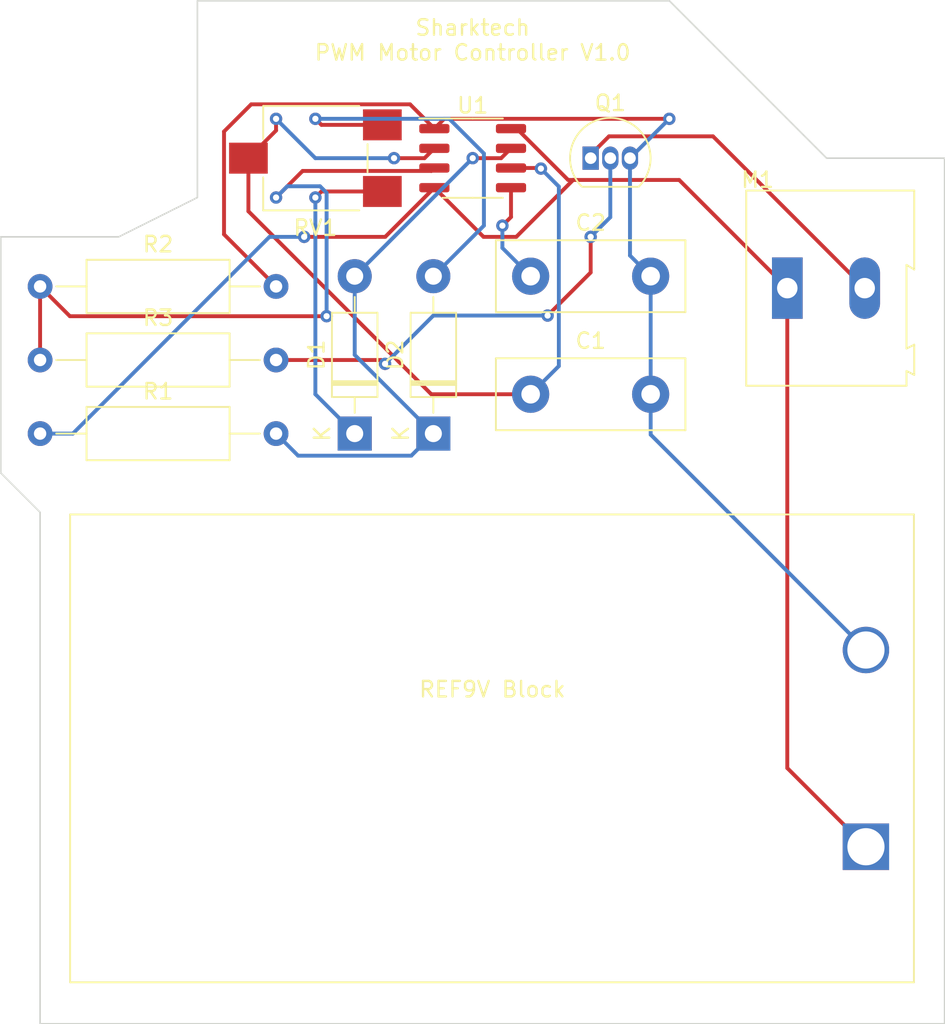
<source format=kicad_pcb>
(kicad_pcb (version 20211014) (generator pcbnew)
  (title_block (title "Sharkbyteprojects PWM Motor Controller ") (date "2022-07-26") (rev "V1") (company "Sharkbyteprojects"))
  (layers (0 "F.Cu" signal) (31 "B.Cu" signal) (34 "B.Paste" user) (35 "F.Paste" user) (36 "B.SilkS" user "B.Silkscreen") (37 "F.SilkS" user "F.Silkscreen") (38 "B.Mask" user) (39 "F.Mask" user) (44 "Edge.Cuts" user))
  (net 0 "")
  (net 1 "Net-(U1-Pad6)")
  (net 2 "GND")
  (net 3 "Net-(U1-Pad5)")
  (net 4 "Net-(D1-Pad1)")
  (net 5 "Net-(D2-Pad2)")
  (net 6 "Net-(M1-Pad1)")
  (net 7 "Net-(M1-Pad2)")
  (net 8 "Net-(Q1-Pad2)")
  (net 9 "Net-(U1-Pad3)")
  (net 10 "Net-(D1-Pad2)")
  (footprint "Battery:BatteryHolder_Eagle_12BH611-GR" (layer "F.Cu") (at 175.26 135.89)
    (fp_text reference "REF9V Block" (at -24.13 -10.16) (layer "F.SilkS"))
    (fp_text value "BatteryHolder_Eagle_12BH611-GR")
    (fp_line (start -51.4 8.75) (end -51.4 -21.45) (layer "F.SilkS") (width 0.12))
    (fp_line (start 3.1 -21.45) (end 3.1 8.75) (layer "F.SilkS") (width 0.12))
    (fp_line (start -51.4 -21.45) (end 3.1 -21.45) (layer "F.SilkS") (width 0.12))
    (fp_line (start 3.1 8.75) (end -51.4 8.75) (layer "F.SilkS") (width 0.12))
    (pad "" np_thru_hole circle (at -38.9 -17.45) (size 2.6 2.6) (drill 2.6) (layers *.Cu *.Mask))
    (pad "" np_thru_hole circle (at -24.15 4.75) (size 2.6 2.6) (drill 2.6) (layers *.Cu *.Mask))
    (pad "" np_thru_hole circle (at -10.9 -17.45) (size 2.6 2.6) (drill 2.6) (layers *.Cu *.Mask))
    (pad "1" thru_hole rect (at 0 0) (size 3 3) (drill 2.4) (layers *.Cu *.Mask) (net 6 "Net-(M1-Pad1)"))
    (pad "2" thru_hole circle (at 0 -12.7) (size 3 3) (drill 2.4) (layers *.Cu *.Mask) (net 2 "GND"))
  )
  (footprint "Package_TO_SOT_THT:TO-92_Inline" (layer "F.Cu") (at 157.48 91.44)
    (fp_text reference "Q1" (at 1.27 -3.56) (layer "F.SilkS"))
    (fp_text value "2N7000")
    (fp_line (start -0.53 1.85) (end 3.07 1.85) (layer "F.SilkS") (width 0.12))
    (fp_arc (start 1.27 -2.6) (mid 3.672087 -0.994977) (end 3.108478 1.838478) (layer "F.SilkS") (width 0.12))
    (fp_arc (start -0.568478 1.838478) (mid -1.132087 -0.994977) (end 1.27 -2.6) (layer "F.SilkS") (width 0.12))
    (pad "1" thru_hole rect (at 0 0) (size 1.05 1.5) (drill 0.75) (layers *.Cu *.Mask) (net 7 "Net-(M1-Pad2)"))
    (pad "2" thru_hole oval (at 1.27 0) (size 1.05 1.5) (drill 0.75) (layers *.Cu *.Mask) (net 8 "Net-(Q1-Pad2)"))
    (pad "3" thru_hole oval (at 2.54 0) (size 1.05 1.5) (drill 0.75) (layers *.Cu *.Mask) (net 2 "GND"))
  )
  (footprint "Resistor_THT:R_Axial_DIN0309_L9.0mm_D3.2mm_P15.24mm_Horizontal" (layer "F.Cu") (at 121.92 104.47)
    (fp_text reference "R3" (at 7.62 -2.72) (layer "F.SilkS"))
    (fp_text value "1k")
    (fp_line (start 3 -1.72) (end 3 1.72) (layer "F.SilkS") (width 0.12))
    (fp_line (start 14.2 0) (end 12.24 0) (layer "F.SilkS") (width 0.12))
    (fp_line (start 12.24 1.72) (end 12.24 -1.72) (layer "F.SilkS") (width 0.12))
    (fp_line (start 1.04 0) (end 3 0) (layer "F.SilkS") (width 0.12))
    (fp_line (start 3 1.72) (end 12.24 1.72) (layer "F.SilkS") (width 0.12))
    (fp_line (start 12.24 -1.72) (end 3 -1.72) (layer "F.SilkS") (width 0.12))
    (pad "1" thru_hole circle (at 0 0) (size 1.6 1.6) (drill 0.8) (layers *.Cu *.Mask) (net 9 "Net-(U1-Pad3)"))
    (pad "2" thru_hole oval (at 15.24 0) (size 1.6 1.6) (drill 0.8) (layers *.Cu *.Mask) (net 8 "Net-(Q1-Pad2)"))
  )
  (footprint "Diode_THT:D_DO-41_SOD81_P10.16mm_Horizontal" (layer "F.Cu") (at 147.32 109.22 90)
    (fp_text reference "D2" (at 5.08 -2.47 90) (layer "F.SilkS"))
    (fp_text value "1N4002")
    (fp_text user "K" (at 0 -2.1 90) (layer "F.SilkS"))
    (fp_line (start 8.82 0) (end 7.8 0) (layer "F.SilkS") (width 0.12))
    (fp_line (start 1.34 0) (end 2.36 0) (layer "F.SilkS") (width 0.12))
    (fp_line (start 7.8 1.47) (end 7.8 -1.47) (layer "F.SilkS") (width 0.12))
    (fp_line (start 3.38 -1.47) (end 3.38 1.47) (layer "F.SilkS") (width 0.12))
    (fp_line (start 3.26 -1.47) (end 3.26 1.47) (layer "F.SilkS") (width 0.12))
    (fp_line (start 2.36 1.47) (end 7.8 1.47) (layer "F.SilkS") (width 0.12))
    (fp_line (start 7.8 -1.47) (end 2.36 -1.47) (layer "F.SilkS") (width 0.12))
    (fp_line (start 3.14 -1.47) (end 3.14 1.47) (layer "F.SilkS") (width 0.12))
    (fp_line (start 2.36 -1.47) (end 2.36 1.47) (layer "F.SilkS") (width 0.12))
    (pad "1" thru_hole rect (at 0 0 90) (size 2.2 2.2) (drill 1.1) (layers *.Cu *.Mask) (net 10 "Net-(D1-Pad2)"))
    (pad "2" thru_hole oval (at 10.16 0 90) (size 2.2 2.2) (drill 1.1) (layers *.Cu *.Mask) (net 5 "Net-(D2-Pad2)"))
  )
  (footprint "TerminalBlock:TerminalBlock_Altech_AK300-2_P5.00mm" (layer "F.Cu") (at 170.18 99.83)
    (fp_text reference "M1" (at -1.92 -6.99) (layer "F.SilkS"))
    (fp_text value "Motor_DC")
    (fp_line (start -2.65 -6.3) (end -2.65 6.3) (layer "F.SilkS") (width 0.12))
    (fp_line (start 8.2 3.7) (end 8.2 3.65) (layer "F.SilkS") (width 0.12))
    (fp_line (start 8.2 -6.3) (end -2.65 -6.3) (layer "F.SilkS") (width 0.12))
    (fp_line (start 7.7 3.9) (end 7.7 -1.5) (layer "F.SilkS") (width 0.12))
    (fp_line (start 8.2 -1.2) (end 8.2 -6.3) (layer "F.SilkS") (width 0.12))
    (fp_line (start 7.7 5.35) (end 8.2 5.6) (layer "F.SilkS") (width 0.12))
    (fp_line (start 7.7 -1.5) (end 8.2 -1.2) (layer "F.SilkS") (width 0.12))
    (fp_line (start -2.65 6.3) (end 7.7 6.3) (layer "F.SilkS") (width 0.12))
    (fp_line (start 8.2 5.6) (end 8.2 3.7) (layer "F.SilkS") (width 0.12))
    (fp_line (start 8.2 3.65) (end 7.7 3.9) (layer "F.SilkS") (width 0.12))
    (fp_line (start 7.7 6.3) (end 7.7 5.35) (layer "F.SilkS") (width 0.12))
    (pad "1" thru_hole rect (at 0 0) (size 1.98 3.96) (drill 1.32) (layers *.Cu *.Mask) (net 6 "Net-(M1-Pad1)"))
    (pad "2" thru_hole oval (at 5 0) (size 1.98 3.96) (drill 1.32) (layers *.Cu *.Mask) (net 7 "Net-(M1-Pad2)"))
  )
  (footprint "Resistor_THT:R_Axial_DIN0309_L9.0mm_D3.2mm_P15.24mm_Horizontal" (layer "F.Cu") (at 121.92 109.22)
    (fp_text reference "R1" (at 7.62 -2.72) (layer "F.SilkS"))
    (fp_text value "1k")
    (fp_line (start 14.2 0) (end 12.24 0) (layer "F.SilkS") (width 0.12))
    (fp_line (start 12.24 -1.72) (end 3 -1.72) (layer "F.SilkS") (width 0.12))
    (fp_line (start 3 1.72) (end 12.24 1.72) (layer "F.SilkS") (width 0.12))
    (fp_line (start 12.24 1.72) (end 12.24 -1.72) (layer "F.SilkS") (width 0.12))
    (fp_line (start 1.04 0) (end 3 0) (layer "F.SilkS") (width 0.12))
    (fp_line (start 3 -1.72) (end 3 1.72) (layer "F.SilkS") (width 0.12))
    (pad "1" thru_hole circle (at 0 0) (size 1.6 1.6) (drill 0.8) (layers *.Cu *.Mask) (net 6 "Net-(M1-Pad1)"))
    (pad "2" thru_hole oval (at 15.24 0) (size 1.6 1.6) (drill 0.8) (layers *.Cu *.Mask) (net 10 "Net-(D1-Pad2)"))
  )
  (footprint "Potentiometer_SMD:Potentiometer_ACP_CA6-VSMD_Vertical" (layer "F.Cu") (at 139.7 91.44 180)
    (fp_text reference "RV1" (at 0 -4.5) (layer "F.SilkS"))
    (fp_text value "100k")
    (fp_line (start 3.37 -3.371) (end 3.37 -1.24) (layer "F.SilkS") (width 0.12))
    (fp_line (start -3.37 -0.909) (end -3.37 0.91) (layer "F.SilkS") (width 0.12))
    (fp_line (start -2.834 -3.371) (end 3.37 -3.371) (layer "F.SilkS") (width 0.12))
    (fp_line (start 3.37 1.24) (end 3.37 3.37) (layer "F.SilkS") (width 0.12))
    (fp_line (start -2.834 3.37) (end 3.37 3.37) (layer "F.SilkS") (width 0.12))
    (pad "1" smd rect (at -4.325 2.15 180) (size 2.5 2) (layers "F.Cu" "F.Paste" "F.Mask") (net 5 "Net-(D2-Pad2)"))
    (pad "2" smd rect (at 4.325 0 180) (size 2.5 2) (layers "F.Cu" "F.Paste" "F.Mask") (net 1 "Net-(U1-Pad6)"))
    (pad "3" smd rect (at -4.325 -2.15 180) (size 2.5 2) (layers "F.Cu" "F.Paste" "F.Mask") (net 4 "Net-(D1-Pad1)"))
  )
  (footprint "Resistor_THT:R_Axial_DIN0309_L9.0mm_D3.2mm_P15.24mm_Horizontal" (layer "F.Cu") (at 121.92 99.72)
    (fp_text reference "R2" (at 7.62 -2.72) (layer "F.SilkS"))
    (fp_text value "1k")
    (fp_line (start 3 1.72) (end 12.24 1.72) (layer "F.SilkS") (width 0.12))
    (fp_line (start 3 -1.72) (end 3 1.72) (layer "F.SilkS") (width 0.12))
    (fp_line (start 12.24 1.72) (end 12.24 -1.72) (layer "F.SilkS") (width 0.12))
    (fp_line (start 12.24 -1.72) (end 3 -1.72) (layer "F.SilkS") (width 0.12))
    (fp_line (start 14.2 0) (end 12.24 0) (layer "F.SilkS") (width 0.12))
    (fp_line (start 1.04 0) (end 3 0) (layer "F.SilkS") (width 0.12))
    (pad "1" thru_hole circle (at 0 0) (size 1.6 1.6) (drill 0.8) (layers *.Cu *.Mask) (net 9 "Net-(U1-Pad3)"))
    (pad "2" thru_hole oval (at 15.24 0) (size 1.6 1.6) (drill 0.8) (layers *.Cu *.Mask) (net 2 "GND"))
  )
  (footprint "Capacitor_THT:C_Disc_D12.0mm_W4.4mm_P7.75mm" (layer "F.Cu") (at 153.605 106.68)
    (fp_text reference "C1" (at 3.875 -3.45) (layer "F.SilkS"))
    (fp_text value "10nF Keramik")
    (fp_line (start -2.245 2.321) (end 9.995 2.321) (layer "F.SilkS") (width 0.12))
    (fp_line (start 9.995 -2.321) (end 9.995 2.321) (layer "F.SilkS") (width 0.12))
    (fp_line (start -2.245 -2.321) (end -2.245 2.321) (layer "F.SilkS") (width 0.12))
    (fp_line (start -2.245 -2.321) (end 9.995 -2.321) (layer "F.SilkS") (width 0.12))
    (pad "1" thru_hole circle (at 0 0) (size 2.4 2.4) (drill 1.2) (layers *.Cu *.Mask) (net 1 "Net-(U1-Pad6)"))
    (pad "2" thru_hole circle (at 7.75 0) (size 2.4 2.4) (drill 1.2) (layers *.Cu *.Mask) (net 2 "GND"))
  )
  (footprint "Diode_THT:D_DO-41_SOD81_P10.16mm_Horizontal" (layer "F.Cu") (at 142.24 109.22 90)
    (fp_text reference "D1" (at 5.08 -2.47 90) (layer "F.SilkS"))
    (fp_text value "1N4002")
    (fp_text user "K" (at 0 -2.1 90) (layer "F.SilkS"))
    (fp_line (start 7.8 1.47) (end 7.8 -1.47) (layer "F.SilkS") (width 0.12))
    (fp_line (start 2.36 1.47) (end 7.8 1.47) (layer "F.SilkS") (width 0.12))
    (fp_line (start 1.34 0) (end 2.36 0) (layer "F.SilkS") (width 0.12))
    (fp_line (start 3.38 -1.47) (end 3.38 1.47) (layer "F.SilkS") (width 0.12))
    (fp_line (start 3.14 -1.47) (end 3.14 1.47) (layer "F.SilkS") (width 0.12))
    (fp_line (start 3.26 -1.47) (end 3.26 1.47) (layer "F.SilkS") (width 0.12))
    (fp_line (start 2.36 -1.47) (end 2.36 1.47) (layer "F.SilkS") (width 0.12))
    (fp_line (start 8.82 0) (end 7.8 0) (layer "F.SilkS") (width 0.12))
    (fp_line (start 7.8 -1.47) (end 2.36 -1.47) (layer "F.SilkS") (width 0.12))
    (pad "1" thru_hole rect (at 0 0 90) (size 2.2 2.2) (drill 1.1) (layers *.Cu *.Mask) (net 4 "Net-(D1-Pad1)"))
    (pad "2" thru_hole oval (at 10.16 0 90) (size 2.2 2.2) (drill 1.1) (layers *.Cu *.Mask) (net 10 "Net-(D1-Pad2)"))
  )
  (footprint "Capacitor_THT:C_Disc_D12.0mm_W4.4mm_P7.75mm" (layer "F.Cu") (at 153.605 99.06)
    (fp_text reference "C2" (at 3.875 -3.45) (layer "F.SilkS"))
    (fp_text value "0.1uF Keramik")
    (fp_line (start 9.995 -2.321) (end 9.995 2.321) (layer "F.SilkS") (width 0.12))
    (fp_line (start -2.245 2.321) (end 9.995 2.321) (layer "F.SilkS") (width 0.12))
    (fp_line (start -2.245 -2.321) (end 9.995 -2.321) (layer "F.SilkS") (width 0.12))
    (fp_line (start -2.245 -2.321) (end -2.245 2.321) (layer "F.SilkS") (width 0.12))
    (pad "1" thru_hole circle (at 0 0) (size 2.4 2.4) (drill 1.2) (layers *.Cu *.Mask) (net 3 "Net-(U1-Pad5)"))
    (pad "2" thru_hole circle (at 7.75 0) (size 2.4 2.4) (drill 1.2) (layers *.Cu *.Mask) (net 2 "GND"))
  )
  (footprint "Package_SO:SOIC-8_3.9x4.9mm_P1.27mm" (layer "F.Cu") (at 149.86 91.44)
    (fp_text reference "U1" (at 0 -3.4) (layer "F.SilkS"))
    (fp_text value "LM555xM")
    (fp_line (start 0 2.56) (end -1.95 2.56) (layer "F.SilkS") (width 0.12))
    (fp_line (start 0 -2.56) (end -3.45 -2.56) (layer "F.SilkS") (width 0.12))
    (fp_line (start 0 2.56) (end 1.95 2.56) (layer "F.SilkS") (width 0.12))
    (fp_line (start 0 -2.56) (end 1.95 -2.56) (layer "F.SilkS") (width 0.12))
    (pad "1" smd roundrect (at -2.475 -1.905) (size 1.95 0.6) (layers "F.Cu" "F.Paste" "F.Mask") (net 2 "GND"))
    (pad "2" smd roundrect (at -2.475 -0.635) (size 1.95 0.6) (layers "F.Cu" "F.Paste" "F.Mask") (net 1 "Net-(U1-Pad6)"))
    (pad "3" smd roundrect (at -2.475 0.635) (size 1.95 0.6) (layers "F.Cu" "F.Paste" "F.Mask") (net 9 "Net-(U1-Pad3)"))
    (pad "4" smd roundrect (at -2.475 1.905) (size 1.95 0.6) (layers "F.Cu" "F.Paste" "F.Mask") (net 6 "Net-(M1-Pad1)"))
    (pad "5" smd roundrect (at 2.475 1.905) (size 1.95 0.6) (layers "F.Cu" "F.Paste" "F.Mask") (net 3 "Net-(U1-Pad5)"))
    (pad "6" smd roundrect (at 2.475 0.635) (size 1.95 0.6) (layers "F.Cu" "F.Paste" "F.Mask") (net 1 "Net-(U1-Pad6)"))
    (pad "7" smd roundrect (at 2.475 -0.635) (size 1.95 0.6) (layers "F.Cu" "F.Paste" "F.Mask") (net 10 "Net-(D1-Pad2)"))
    (pad "8" smd roundrect (at 2.475 -1.905) (size 1.95 0.6) (layers "F.Cu" "F.Paste" "F.Mask") (net 6 "Net-(M1-Pad1)"))
  )
  (gr_poly (pts (xy 172.72 91.44) (xy 180.34 91.44) (xy 180.34 147.32) (xy 121.92 147.32) (xy 121.92 114.3) (xy 119.38 111.76) (xy 119.38 96.52) (xy 127 96.52) (xy 132.08 93.98) (xy 132.08 81.28) (xy 162.56 81.28)) (layer "Edge.Cuts") (width 0.1) (fill none))
  (gr_text "Sharktech\nPWM Motor Controller V1.0" (at 149.86 83.82) (layer "F.SilkS") (effects (font (size 1 1))))
  (segment (start 146.75 91.44) (end 144.78 91.44) (width 0.25) (layer "F.Cu") (net 1))
  (segment (start 137.16 89.655) (end 135.375 91.44) (width 0.25) (layer "F.Cu") (net 1))
  (segment (start 135.375 94.867866) (end 147.187134 106.68) (width 0.25) (layer "F.Cu") (net 1))
  (segment (start 154.227151 92.075) (end 154.266076 92.113925) (width 0.25) (layer "F.Cu") (net 1))
  (segment (start 137.16 88.9) (end 137.16 89.655) (width 0.25) (layer "F.Cu") (net 1))
  (segment (start 147.187134 106.68) (end 153.605 106.68) (width 0.25) (layer "F.Cu") (net 1))
  (segment (start 135.375 91.44) (end 135.375 94.867866) (width 0.25) (layer "F.Cu") (net 1))
  (segment (start 152.335 92.075) (end 154.227151 92.075) (width 0.25) (layer "F.Cu") (net 1))
  (segment (start 147.385 90.805) (end 146.75 91.44) (width 0.25) (layer "F.Cu") (net 1))
  (via (at 154.266076 92.113925) (size 0.8) (drill 0.4) (layers "F.Cu" "B.Cu") (net 1))
  (via (at 144.78 91.44) (size 0.8) (drill 0.4) (layers "F.Cu" "B.Cu") (net 1))
  (via (at 137.16 88.9) (size 0.8) (drill 0.4) (layers "F.Cu" "B.Cu") (net 1))
  (segment (start 154.266076 92.113925) (end 155.424286 93.272135) (width 0.25) (layer "B.Cu") (net 1))
  (segment (start 139.7 91.44) (end 137.16 88.9) (width 0.25) (layer "B.Cu") (net 1))
  (segment (start 155.424286 104.860714) (end 153.605 106.68) (width 0.25) (layer "B.Cu") (net 1))
  (segment (start 144.78 91.44) (end 139.7 91.44) (width 0.25) (layer "B.Cu") (net 1))
  (segment (start 155.424286 93.272135) (end 155.424286 104.860714) (width 0.25) (layer "B.Cu") (net 1))
  (segment (start 135.555 87.965) (end 133.8 89.72) (width 0.25) (layer "F.Cu") (net 2))
  (segment (start 133.8 96.36) (end 137.16 99.72) (width 0.25) (layer "F.Cu") (net 2))
  (segment (start 147.385 89.535) (end 145.815 87.965) (width 0.25) (layer "F.Cu") (net 2))
  (segment (start 148.02 88.9) (end 162.56 88.9) (width 0.25) (layer "F.Cu") (net 2))
  (segment (start 145.815 87.965) (end 135.555 87.965) (width 0.25) (layer "F.Cu") (net 2))
  (segment (start 133.8 89.72) (end 133.8 96.36) (width 0.25) (layer "F.Cu") (net 2))
  (segment (start 147.385 89.535) (end 148.02 88.9) (width 0.25) (layer "F.Cu") (net 2))
  (via (at 162.56 88.9) (size 0.8) (drill 0.4) (layers "F.Cu" "B.Cu") (net 2))
  (segment (start 160.02 91.44) (end 160.02 97.725) (width 0.25) (layer "B.Cu") (net 2))
  (segment (start 161.355 109.285) (end 161.355 106.68) (width 0.25) (layer "B.Cu") (net 2))
  (segment (start 175.26 123.19) (end 161.355 109.285) (width 0.25) (layer "B.Cu") (net 2))
  (segment (start 160.02 97.725) (end 161.355 99.06) (width 0.25) (layer "B.Cu") (net 2))
  (segment (start 162.56 88.9) (end 160.02 91.44) (width 0.25) (layer "B.Cu") (net 2))
  (segment (start 161.355 99.06) (end 161.355 106.68) (width 0.25) (layer "B.Cu") (net 2))
  (segment (start 151.779831 95.7955) (end 152.335 95.240331) (width 0.25) (layer "F.Cu") (net 3))
  (segment (start 152.335 95.240331) (end 152.335 93.345) (width 0.25) (layer "F.Cu") (net 3))
  (via (at 151.779831 95.7955) (size 0.8) (drill 0.4) (layers "F.Cu" "B.Cu") (net 3))
  (segment (start 153.605 99.06) (end 151.779831 97.234831) (width 0.25) (layer "B.Cu") (net 3))
  (segment (start 151.779831 97.234831) (end 151.779831 95.7955) (width 0.25) (layer "B.Cu") (net 3))
  (segment (start 140.09 93.59) (end 139.7 93.98) (width 0.25) (layer "F.Cu") (net 4))
  (segment (start 144.025 93.59) (end 140.09 93.59) (width 0.25) (layer "F.Cu") (net 4))
  (via (at 139.7 93.98) (size 0.8) (drill 0.4) (layers "F.Cu" "B.Cu") (net 4))
  (segment (start 139.7 93.98) (end 139.7 106.68) (width 0.25) (layer "B.Cu") (net 4))
  (segment (start 139.7 106.68) (end 142.24 109.22) (width 0.25) (layer "B.Cu") (net 4))
  (segment (start 140.09 89.29) (end 144.025 89.29) (width 0.25) (layer "F.Cu") (net 5))
  (segment (start 139.7 88.9) (end 140.09 89.29) (width 0.25) (layer "F.Cu") (net 5))
  (via (at 139.7 88.9) (size 0.8) (drill 0.4) (layers "F.Cu" "B.Cu") (net 5))
  (segment (start 148.345305 88.9) (end 139.7 88.9) (width 0.25) (layer "B.Cu") (net 5))
  (segment (start 150.585 95.795) (end 150.585 91.139695) (width 0.25) (layer "B.Cu") (net 5))
  (segment (start 147.32 99.06) (end 150.585 95.795) (width 0.25) (layer "B.Cu") (net 5))
  (segment (start 150.585 91.139695) (end 148.345305 88.9) (width 0.25) (layer "B.Cu") (net 5))
  (segment (start 170.18 99.83) (end 170.18 130.81) (width 0.25) (layer "F.Cu") (net 6))
  (segment (start 170.18 130.81) (end 175.26 135.89) (width 0.25) (layer "F.Cu") (net 6))
  (segment (start 138.9755 96.52) (end 144.21 96.52) (width 0.25) (layer "F.Cu") (net 6))
  (segment (start 163.19789 92.84789) (end 156.34789 92.84789) (width 0.25) (layer "F.Cu") (net 6))
  (segment (start 152.67578 96.52) (end 156.34789 92.84789) (width 0.25) (layer "F.Cu") (net 6))
  (segment (start 147.385 93.345) (end 150.56 96.52) (width 0.25) (layer "F.Cu") (net 6))
  (segment (start 156.024641 92.84789) (end 152.711751 89.535) (width 0.25) (layer "F.Cu") (net 6))
  (segment (start 144.21 96.52) (end 147.385 93.345) (width 0.25) (layer "F.Cu") (net 6))
  (segment (start 152.711751 89.535) (end 152.335 89.535) (width 0.25) (layer "F.Cu") (net 6))
  (segment (start 156.34789 92.84789) (end 156.024641 92.84789) (width 0.25) (layer "F.Cu") (net 6))
  (segment (start 170.18 99.83) (end 163.19789 92.84789) (width 0.25) (layer "F.Cu") (net 6))
  (segment (start 150.56 96.52) (end 152.67578 96.52) (width 0.25) (layer "F.Cu") (net 6))
  (via (at 138.9755 96.52) (size 0.8) (drill 0.4) (layers "F.Cu" "B.Cu") (net 6))
  (segment (start 121.92 109.22) (end 124.035305 109.22) (width 0.25) (layer "B.Cu") (net 6))
  (segment (start 136.735305 96.52) (end 138.9755 96.52) (width 0.25) (layer "B.Cu") (net 6))
  (segment (start 124.035305 109.22) (end 136.735305 96.52) (width 0.25) (layer "B.Cu") (net 6))
  (segment (start 158.66289 90.03211) (end 157.48 91.215) (width 0.25) (layer "F.Cu") (net 7))
  (segment (start 165.38211 90.03211) (end 158.66289 90.03211) (width 0.25) (layer "F.Cu") (net 7))
  (segment (start 157.48 91.215) (end 157.48 91.44) (width 0.25) (layer "F.Cu") (net 7))
  (segment (start 175.18 99.83) (end 165.38211 90.03211) (width 0.25) (layer "F.Cu") (net 7))
  (segment (start 137.16 104.47) (end 143.952534 104.47) (width 0.25) (layer "F.Cu") (net 8))
  (segment (start 154.699786 101.6) (end 157.48 98.819786) (width 0.25) (layer "F.Cu") (net 8))
  (segment (start 157.48 98.819786) (end 157.48 96.52) (width 0.25) (layer "F.Cu") (net 8))
  (segment (start 143.952534 104.47) (end 144.201267 104.718733) (width 0.25) (layer "F.Cu") (net 8))
  (via (at 154.699786 101.6) (size 0.8) (drill 0.4) (layers "F.Cu" "B.Cu") (net 8))
  (via (at 144.201267 104.718733) (size 0.8) (drill 0.4) (layers "F.Cu" "B.Cu") (net 8))
  (via (at 157.48 96.52) (size 0.8) (drill 0.4) (layers "F.Cu" "B.Cu") (net 8))
  (segment (start 158.75 95.25) (end 158.75 91.44) (width 0.25) (layer "B.Cu") (net 8))
  (segment (start 147.32 101.6) (end 154.699786 101.6) (width 0.25) (layer "B.Cu") (net 8))
  (segment (start 144.201267 104.718733) (end 147.32 101.6) (width 0.25) (layer "B.Cu") (net 8))
  (segment (start 157.48 96.52) (end 158.75 95.25) (width 0.25) (layer "B.Cu") (net 8))
  (segment (start 137.16 93.98) (end 138.875 92.265) (width 0.25) (layer "F.Cu") (net 9))
  (segment (start 123.84206 101.64206) (end 140.4245 101.64206) (width 0.25) (layer "F.Cu") (net 9))
  (segment (start 138.875 92.265) (end 147.195 92.265) (width 0.25) (layer "F.Cu") (net 9))
  (segment (start 121.92 99.72) (end 123.84206 101.64206) (width 0.25) (layer "F.Cu") (net 9))
  (segment (start 121.92 99.72) (end 121.92 104.47) (width 0.25) (layer "F.Cu") (net 9))
  (segment (start 147.195 92.265) (end 147.385 92.075) (width 0.25) (layer "F.Cu") (net 9))
  (via (at 140.4245 101.64206) (size 0.8) (drill 0.4) (layers "F.Cu" "B.Cu") (net 9))
  (via (at 137.16 93.98) (size 0.8) (drill 0.4) (layers "F.Cu" "B.Cu") (net 9))
  (segment (start 140.4245 93.679195) (end 140.000305 93.255) (width 0.25) (layer "B.Cu") (net 9))
  (segment (start 140.4245 101.64206) (end 140.4245 93.679195) (width 0.25) (layer "B.Cu") (net 9))
  (segment (start 137.885 93.255) (end 137.16 93.98) (width 0.25) (layer "B.Cu") (net 9))
  (segment (start 140.000305 93.255) (end 137.885 93.255) (width 0.25) (layer "B.Cu") (net 9))
  (segment (start 151.7 91.44) (end 152.335 90.805) (width 0.25) (layer "F.Cu") (net 10))
  (segment (start 149.86 91.44) (end 151.7 91.44) (width 0.25) (layer "F.Cu") (net 10))
  (via (at 149.86 91.44) (size 0.8) (drill 0.4) (layers "F.Cu" "B.Cu") (net 10))
  (segment (start 142.24 99.06) (end 149.86 91.44) (width 0.25) (layer "B.Cu") (net 10))
  (segment (start 145.895 110.645) (end 147.32 109.22) (width 0.25) (layer "B.Cu") (net 10))
  (segment (start 137.16 109.22) (end 138.585 110.645) (width 0.25) (layer "B.Cu") (net 10))
  (segment (start 142.24 104.14) (end 147.32 109.22) (width 0.25) (layer "B.Cu") (net 10))
  (segment (start 142.24 99.06) (end 142.24 104.14) (width 0.25) (layer "B.Cu") (net 10))
  (segment (start 138.585 110.645) (end 145.895 110.645) (width 0.25) (layer "B.Cu") (net 10))
)
</source>
